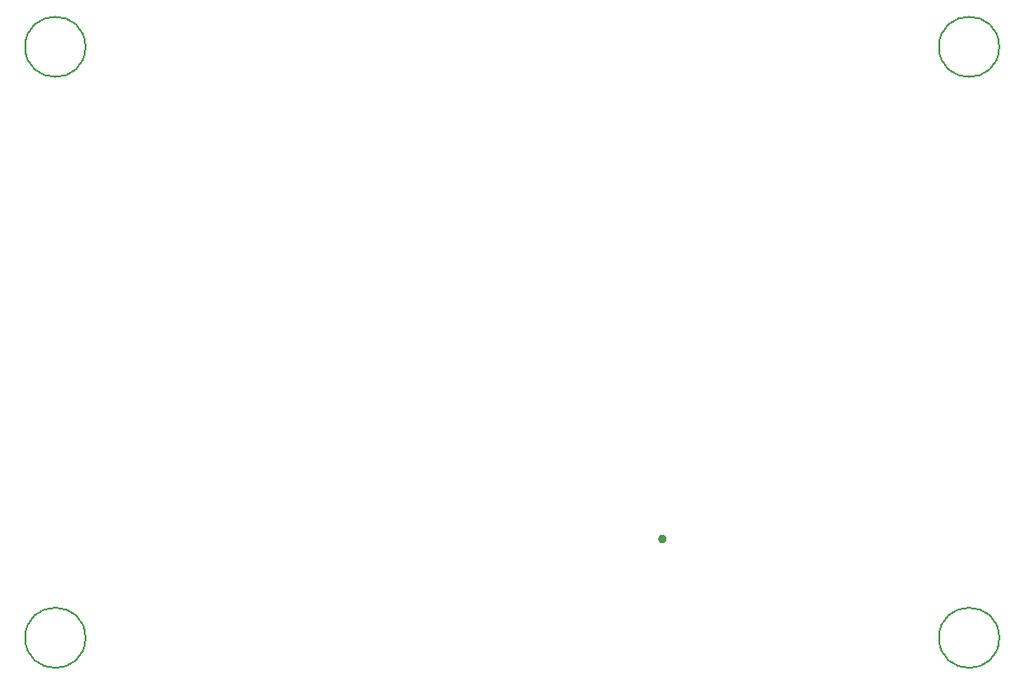
<source format=gbr>
%TF.GenerationSoftware,KiCad,Pcbnew,8.0.3*%
%TF.CreationDate,2024-07-18T14:58:56-04:00*%
%TF.ProjectId,Drop_Gen_PCB,44726f70-5f47-4656-9e5f-5043422e6b69,rev?*%
%TF.SameCoordinates,Original*%
%TF.FileFunction,Other,Comment*%
%FSLAX46Y46*%
G04 Gerber Fmt 4.6, Leading zero omitted, Abs format (unit mm)*
G04 Created by KiCad (PCBNEW 8.0.3) date 2024-07-18 14:58:56*
%MOMM*%
%LPD*%
G01*
G04 APERTURE LIST*
%ADD10C,0.150000*%
%ADD11C,0.400000*%
G04 APERTURE END LIST*
D10*
%TO.C,H4*%
X150944200Y-152583000D02*
G75*
G02*
X145344200Y-152583000I-2800000J0D01*
G01*
X145344200Y-152583000D02*
G75*
G02*
X150944200Y-152583000I2800000J0D01*
G01*
%TO.C,H3*%
X65944200Y-152583000D02*
G75*
G02*
X60344200Y-152583000I-2800000J0D01*
G01*
X60344200Y-152583000D02*
G75*
G02*
X65944200Y-152583000I2800000J0D01*
G01*
%TO.C,H2*%
X65944200Y-97583000D02*
G75*
G02*
X60344200Y-97583000I-2800000J0D01*
G01*
X60344200Y-97583000D02*
G75*
G02*
X65944200Y-97583000I2800000J0D01*
G01*
%TO.C,H1*%
X150944200Y-97583000D02*
G75*
G02*
X145344200Y-97583000I-2800000J0D01*
G01*
X145344200Y-97583000D02*
G75*
G02*
X150944200Y-97583000I2800000J0D01*
G01*
D11*
%TO.C,J2*%
X119800000Y-143387200D02*
G75*
G02*
X119400000Y-143387200I-200000J0D01*
G01*
X119400000Y-143387200D02*
G75*
G02*
X119800000Y-143387200I200000J0D01*
G01*
%TD*%
M02*

</source>
